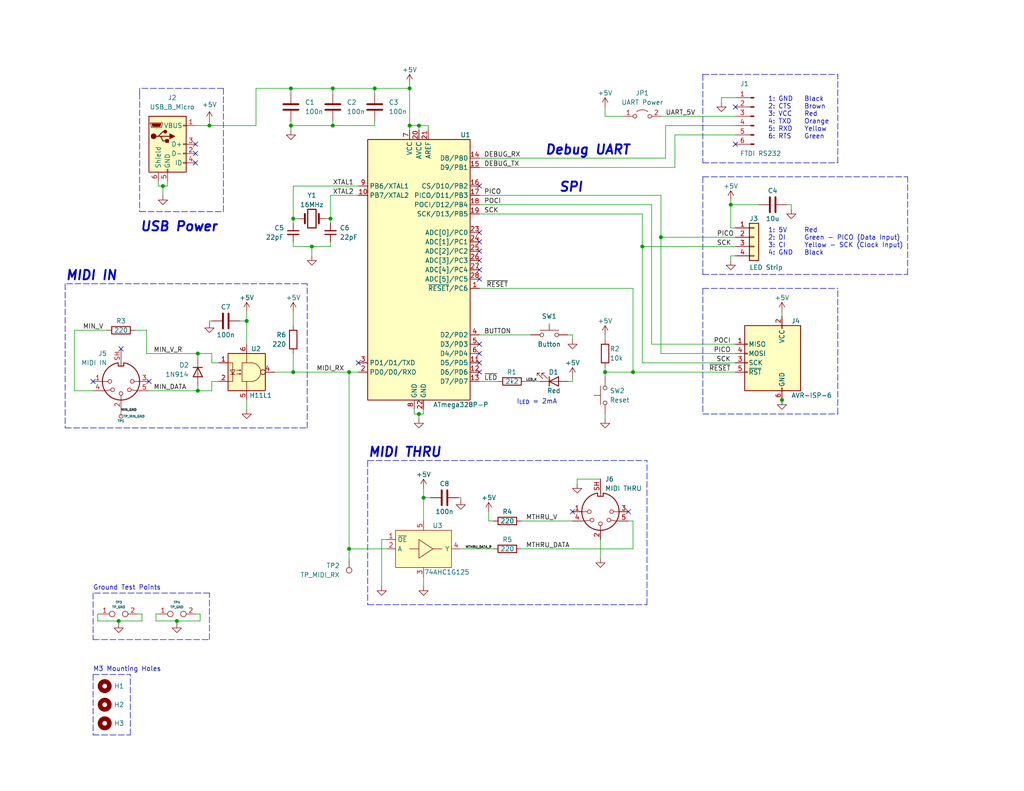
<source format=kicad_sch>
(kicad_sch (version 20211123) (generator eeschema)
  (paper "USLetter")
  (title_block (title "Piano Lights") (date "2022-08-11") (rev "1.0.1") (company "Dave Dribin"))
  (lib_symbols
    (symbol "00-piano-lights:74AHC1G125"
      (property "Reference" "U" (at 5.08 7.62 0))
      (property "Value" "74AHC1G125" (at 10.16 -7.62 0))
      (symbol "74AHC1G125_0_1"
        (rectangle (start -7.62 5.08) (end 7.62 -5.08) (fill (type background)))
        (polyline (pts (xy -1.27 0) (xy -3.81 0)))
        (polyline (pts (xy 2.54 0) (xy 5.08 0)))
        (polyline (pts (xy -1.27 2.54) (xy -1.27 -2.54) (xy 2.54 0) (xy -1.27 2.54)) (fill (type background)))
      )
      (symbol "74AHC1G125_1_1"
        (pin input line (at -10.16 2.54 0) (length 2.54) (name "~{OE}") (number "1"))
        (pin input line (at -10.16 0 0) (length 2.54) (name "A") (number "2"))
        (pin power_in line (at 0 -7.62 90) (length 2.54) (name "") (number "3"))
        (pin output line (at 10.16 0 180) (length 2.54) (name "Y") (number "4"))
        (pin power_in line (at 0 7.62 270) (length 2.54) (name "") (number "5"))
      )
    )
    (symbol "00-piano-lights:ATmega328P-P"
      (property "Reference" "U" (at -12.7 36.83 0))
      (property "Value" "ATmega328P-P" (at 3.81 -36.83 0))
      (symbol "ATmega328P-P_0_1"
        (rectangle (start -13.97 35.56) (end 13.97 -35.56) (stroke (width 0.254)) (fill (type background)))
      )
      (symbol "ATmega328P-P_1_1"
        (pin bidirectional line (at 16.51 -5.08 180) (length 2.54) (name "~{RESET}/PC6") (number "1"))
        (pin bidirectional line (at -16.51 20.32 0) (length 2.54) (name "PB7/XTAL2") (number "10"))
        (pin bidirectional line (at 16.51 -25.4 180) (length 2.54) (name "D5/PD5") (number "11"))
        (pin bidirectional line (at 16.51 -27.94 180) (length 2.54) (name "D6/PD6") (number "12"))
        (pin bidirectional line (at 16.51 -30.48 180) (length 2.54) (name "D7/PD7") (number "13"))
        (pin bidirectional line (at 16.51 30.48 180) (length 2.54) (name "D8/PB0") (number "14"))
        (pin bidirectional line (at 16.51 27.94 180) (length 2.54) (name "D9/PB1") (number "15"))
        (pin bidirectional line (at 16.51 22.86 180) (length 2.54) (name "CS/D10/PB2") (number "16"))
        (pin bidirectional line (at 16.51 20.32 180) (length 2.54) (name "PICO/D11/PB3") (number "17"))
        (pin bidirectional line (at 16.51 17.78 180) (length 2.54) (name "POCI/D12/PB4") (number "18"))
        (pin bidirectional line (at 16.51 15.24 180) (length 2.54) (name "SCK/D13/PB5") (number "19"))
        (pin bidirectional line (at -16.51 -27.94 0) (length 2.54) (name "PD0/D0/RXD") (number "2"))
        (pin power_in line (at 0 38.1 270) (length 2.54) (name "AVCC") (number "20"))
        (pin passive line (at 2.54 38.1 270) (length 2.54) (name "AREF") (number "21"))
        (pin power_in line (at 1.27 -38.1 90) (length 2.54) (name "GND") (number "22"))
        (pin bidirectional line (at 16.51 10.16 180) (length 2.54) (name "ADC[0]/PC0") (number "23"))
        (pin bidirectional line (at 16.51 7.62 180) (length 2.54) (name "ADC[1]/PC1") (number "24"))
        (pin bidirectional line (at 16.51 5.08 180) (length 2.54) (name "ADC[2]/PC2") (number "25"))
        (pin bidirectional line (at 16.51 2.54 180) (length 2.54) (name "ADC[3]/PC3") (number "26"))
        (pin bidirectional line (at 16.51 0 180) (length 2.54) (name "ADC[4]/PC4") (number "27"))
        (pin bidirectional line (at 16.51 -2.54 180) (length 2.54) (name "ADC[5]/PC5") (number "28"))
        (pin bidirectional line (at -16.51 -25.4 0) (length 2.54) (name "PD1/D1/TXD") (number "3"))
        (pin bidirectional line (at 16.51 -17.78 180) (length 2.54) (name "D2/PD2") (number "4"))
        (pin bidirectional line (at 16.51 -20.32 180) (length 2.54) (name "D3/PD3") (number "5"))
        (pin bidirectional line (at 16.51 -22.86 180) (length 2.54) (name "D4/PD4") (number "6"))
        (pin power_in line (at -2.54 38.1 270) (length 2.54) (name "VCC") (number "7"))
        (pin power_in line (at -1.27 -38.1 90) (length 2.54) (name "GND") (number "8"))
        (pin bidirectional line (at -16.51 22.86 0) (length 2.54) (name "PB6/XTAL1") (number "9"))
      )
    )
    (symbol "00-piano-lights:DIN-5_180degree_Shielded" (pin_names (offset 1.016))
      (property "Reference" "J" (at 3.175 5.715 0))
      (property "Value" "DIN-5_180degree_Shielded" (at 0 -15.24 0))
      (symbol "DIN-5_180degree_Shielded_0_1"
        (arc (start -5.08 0) (mid -3.8609 -3.3364) (end -0.762 -5.08) (stroke (width 0.254)))
        (circle (center -3.048 0) (radius 0.508))
        (circle (center -2.286 2.286) (radius 0.508))
        (polyline (pts (xy -5.08 0) (xy -3.556 0)))
        (polyline (pts (xy 0 -5.08) (xy 0 -4.1656)))
        (polyline (pts (xy 0 5.08) (xy 0 3.81)))
        (polyline (pts (xy 5.08 0) (xy 3.556 0)))
        (polyline (pts (xy -5.08 2.54) (xy -4.318 2.54) (xy -2.794 2.286)))
        (polyline (pts (xy 5.08 2.54) (xy 4.318 2.54) (xy 2.794 2.286)))
        (polyline (pts (xy -0.762 -4.953) (xy -0.762 -4.191) (xy 0.762 -4.191) (xy 0.762 -4.953)) (stroke (width 0.254)))
        (circle (center 0 3.302) (radius 0.508))
        (arc (start 0.762 -5.08) (mid 3.8685 -3.343) (end 5.08 0) (stroke (width 0.254)))
        (circle (center 2.286 2.286) (radius 0.508))
        (circle (center 3.048 0) (radius 0.508))
        (arc (start 5.08 0) (mid 0 5.08) (end -5.08 0) (stroke (width 0.254)))
      )
      (symbol "DIN-5_180degree_Shielded_1_1"
        (pin passive line (at -7.62 0 0) (length 2.54) (name "~") (number "1"))
        (pin passive line (at 0 7.62 270) (length 2.54) (name "~") (number "2"))
        (pin passive line (at 7.62 0 180) (length 2.54) (name "~") (number "3"))
        (pin passive line (at -7.62 2.54 0) (length 2.54) (name "~") (number "4"))
        (pin passive line (at 7.62 2.54 180) (length 2.54) (name "~") (number "5"))
        (pin passive line (at 0 -8.89 90) (length 3.81) (name "") (number "SH"))
      )
    )
    (symbol "Connector:AVR-ISP-6" (pin_names (offset 1.016))
      (property "Reference" "J" (at -6.35 11.43 0))
      (property "Value" "AVR-ISP-6" (at 0 11.43 0))
      (symbol "AVR-ISP-6_0_1"
        (rectangle (start -2.667 -6.858) (end -2.413 -7.62))
        (rectangle (start -2.667 10.16) (end -2.413 9.398))
        (rectangle (start 7.62 -2.413) (end 6.858 -2.667))
        (rectangle (start 7.62 0.127) (end 6.858 -0.127))
        (rectangle (start 7.62 2.667) (end 6.858 2.413))
        (rectangle (start 7.62 5.207) (end 6.858 4.953))
        (rectangle (start 7.62 10.16) (end -7.62 -7.62) (stroke (width 0.254)) (fill (type background)))
      )
      (symbol "AVR-ISP-6_1_1"
        (pin passive line (at 10.16 5.08 180) (length 2.54) (name "MISO") (number "1"))
        (pin passive line (at -2.54 12.7 270) (length 2.54) (name "VCC") (number "2"))
        (pin passive line (at 10.16 0 180) (length 2.54) (name "SCK") (number "3"))
        (pin passive line (at 10.16 2.54 180) (length 2.54) (name "MOSI") (number "4"))
        (pin passive line (at 10.16 -2.54 180) (length 2.54) (name "~{RST}") (number "5"))
        (pin passive line (at -2.54 -10.16 90) (length 2.54) (name "GND") (number "6"))
      )
    )
    (symbol "Connector:Conn_01x06_Male" (pin_names (offset 1.016) hide)
      (property "Reference" "J" (at 0 7.62 0))
      (property "Value" "Conn_01x06_Male" (at 0 -10.16 0))
      (symbol "Conn_01x06_Male_1_1"
        (polyline (pts (xy 1.27 -7.62) (xy 0.8636 -7.62)) (stroke (width 0.1524)))
        (polyline (pts (xy 1.27 -5.08) (xy 0.8636 -5.08)) (stroke (width 0.1524)))
        (polyline (pts (xy 1.27 -2.54) (xy 0.8636 -2.54)) (stroke (width 0.1524)))
        (polyline (pts (xy 1.27 0) (xy 0.8636 0)) (stroke (width 0.1524)))
        (polyline (pts (xy 1.27 2.54) (xy 0.8636 2.54)) (stroke (width 0.1524)))
        (polyline (pts (xy 1.27 5.08) (xy 0.8636 5.08)) (stroke (width 0.1524)))
        (rectangle (start 0.8636 -7.493) (end 0 -7.747) (stroke (width 0.1524)) (fill (type outline)))
        (rectangle (start 0.8636 -4.953) (end 0 -5.207) (stroke (width 0.1524)) (fill (type outline)))
        (rectangle (start 0.8636 -2.413) (end 0 -2.667) (stroke (width 0.1524)) (fill (type outline)))
        (rectangle (start 0.8636 0.127) (end 0 -0.127) (stroke (width 0.1524)) (fill (type outline)))
        (rectangle (start 0.8636 2.667) (end 0 2.413) (stroke (width 0.1524)) (fill (type outline)))
        (rectangle (start 0.8636 5.207) (end 0 4.953) (stroke (width 0.1524)) (fill (type outline)))
        (pin passive line (at 5.08 5.08 180) (length 3.81) (name "Pin_1") (number "1"))
        (pin passive line (at 5.08 2.54 180) (length 3.81) (name "Pin_2") (number "2"))
        (pin passive line (at 5.08 0 180) (length 3.81) (name "Pin_3") (number "3"))
        (pin passive line (at 5.08 -2.54 180) (length 3.81) (name "Pin_4") (number "4"))
        (pin passive line (at 5.08 -5.08 180) (length 3.81) (name "Pin_5") (number "5"))
        (pin passive line (at 5.08 -7.62 180) (length 3.81) (name "Pin_6") (number "6"))
      )
    )
    (symbol "Connector:TestPoint" (pin_numbers hide) (pin_names (offset 0.762) hide)
      (property "Reference" "TP" (at 0 6.858 0))
      (property "Value" "TestPoint" (at 0 5.08 0))
      (symbol "TestPoint_0_1"
        (circle (center 0 3.302) (radius 0.762))
      )
      (symbol "TestPoint_1_1"
        (pin passive line (at 0 0 90) (length 2.54) (name "1") (number "1"))
      )
    )
    (symbol "Connector:TestPoint_2Pole" (pin_names (offset 0.762) hide)
      (property "Reference" "TP" (at 0 1.524 0))
      (property "Value" "TestPoint_2Pole" (at 0 -1.778 0))
      (symbol "TestPoint_2Pole_0_1"
        (circle (center -1.778 0) (radius 0.762))
        (circle (center 1.778 0) (radius 0.762))
        (pin passive line (at -5.08 0 0) (length 2.54) (name "1") (number "1"))
        (pin passive line (at 5.08 0 180) (length 2.54) (name "2") (number "2"))
      )
    )
    (symbol "Connector:TestPoint_Small" (pin_numbers hide) (pin_names (offset 0.762) hide)
      (property "Reference" "TP" (at 0 3.81 0))
      (property "Value" "TestPoint_Small" (at 0 2.032 0))
      (symbol "TestPoint_Small_0_1"
        (circle (center 0 0) (radius 0.508))
      )
      (symbol "TestPoint_Small_1_1"
        (pin passive line (at 0 0 90) (length 0) (name "1") (number "1"))
      )
    )
    (symbol "Connector:USB_B_Micro" (pin_names (offset 1.016))
      (property "Reference" "J" (at -5.08 11.43 0))
      (property "Value" "USB_B_Micro" (at -5.08 8.89 0))
      (symbol "USB_B_Micro_0_1"
        (rectangle (start -5.08 -7.62) (end 5.08 7.62) (stroke (width 0.254)) (fill (type background)))
        (circle (center -3.81 2.159) (radius 0.635) (stroke (width 0.254)) (fill (type outline)))
        (circle (center -0.635 3.429) (radius 0.381) (stroke (width 0.254)) (fill (type outline)))
        (rectangle (start -0.127 -7.62) (end 0.127 -6.858))
        (polyline (pts (xy -1.905 2.159) (xy 0.635 2.159)) (stroke (width 0.254)))
        (polyline (pts (xy -3.175 2.159) (xy -2.54 2.159) (xy -1.27 3.429) (xy -0.635 3.429)) (stroke (width 0.254)))
        (polyline (pts (xy -2.54 2.159) (xy -1.905 2.159) (xy -1.27 0.889) (xy 0 0.889)) (stroke (width 0.254)))
        (polyline (pts (xy 0.635 2.794) (xy 0.635 1.524) (xy 1.905 2.159) (xy 0.635 2.794)) (stroke (width 0.254)) (fill (type outline)))
        (polyline (pts (xy -4.318 5.588) (xy -1.778 5.588) (xy -2.032 4.826) (xy -4.064 4.826) (xy -4.318 5.588)) (fill (type outline)))
        (polyline (pts (xy -4.699 5.842) (xy -4.699 5.588) (xy -4.445 4.826) (xy -4.445 4.572) (xy -1.651 4.572) (xy -1.651 4.826) (xy -1.397 5.588) (xy -1.397 5.842) (xy -4.699 5.842)))
        (rectangle (start 0.254 1.27) (end -0.508 0.508) (stroke (width 0.254)) (fill (type outline)))
        (rectangle (start 5.08 -5.207) (end 4.318 -4.953))
        (rectangle (start 5.08 -2.667) (end 4.318 -2.413))
        (rectangle (start 5.08 -0.127) (end 4.318 0.127))
        (rectangle (start 5.08 4.953) (end 4.318 5.207))
      )
      (symbol "USB_B_Micro_1_1"
        (pin power_out line (at 7.62 5.08 180) (length 2.54) (name "VBUS") (number "1"))
        (pin bidirectional line (at 7.62 -2.54 180) (length 2.54) (name "D-") (number "2"))
        (pin bidirectional line (at 7.62 0 180) (length 2.54) (name "D+") (number "3"))
        (pin passive line (at 7.62 -5.08 180) (length 2.54) (name "ID") (number "4"))
        (pin power_out line (at 0 -10.16 90) (length 2.54) (name "GND") (number "5"))
        (pin passive line (at -2.54 -10.16 90) (length 2.54) (name "Shield") (number "6"))
      )
    )
    (symbol "Connector_Generic:Conn_01x04" (pin_names (offset 1.016) hide)
      (property "Reference" "J" (at 0 5.08 0))
      (property "Value" "Conn_01x04" (at 0 -7.62 0))
      (symbol "Conn_01x04_1_1"
        (rectangle (start -1.27 -4.953) (end 0 -5.207) (stroke (width 0.1524)))
        (rectangle (start -1.27 -2.413) (end 0 -2.667) (stroke (width 0.1524)))
        (rectangle (start -1.27 0.127) (end 0 -0.127) (stroke (width 0.1524)))
        (rectangle (start -1.27 2.667) (end 0 2.413) (stroke (width 0.1524)))
        (rectangle (start -1.27 3.81) (end 1.27 -6.35) (stroke (width 0.254)) (fill (type background)))
        (pin passive line (at -5.08 2.54 0) (length 3.81) (name "Pin_1") (number "1"))
        (pin passive line (at -5.08 0 0) (length 3.81) (name "Pin_2") (number "2"))
        (pin passive line (at -5.08 -2.54 0) (length 3.81) (name "Pin_3") (number "3"))
        (pin passive line (at -5.08 -5.08 0) (length 3.81) (name "Pin_4") (number "4"))
      )
    )
    (symbol "Device:C" (pin_numbers hide) (pin_names (offset 0.254))
      (property "Reference" "C" (at 0.635 2.54 0))
      (property "Value" "C" (at 0.635 -2.54 0))
      (symbol "C_0_1"
        (polyline (pts (xy -2.032 -0.762) (xy 2.032 -0.762)) (stroke (width 0.508)))
        (polyline (pts (xy -2.032 0.762) (xy 2.032 0.762)) (stroke (width 0.508)))
      )
      (symbol "C_1_1"
        (pin passive line (at 0 3.81 270) (length 2.794) (name "~") (number "1"))
        (pin passive line (at 0 -3.81 90) (length 2.794) (name "~") (number "2"))
      )
    )
    (symbol "Device:C_Small" (pin_numbers hide) (pin_names (offset 0.254) hide)
      (property "Reference" "C" (at 0.254 1.778 0))
      (property "Value" "C_Small" (at 0.254 -2.032 0))
      (symbol "C_Small_0_1"
        (polyline (pts (xy -1.524 -0.508) (xy 1.524 -0.508)) (stroke (width 0.3302)))
        (polyline (pts (xy -1.524 0.508) (xy 1.524 0.508)) (stroke (width 0.3048)))
      )
      (symbol "C_Small_1_1"
        (pin passive line (at 0 2.54 270) (length 2.032) (name "~") (number "1"))
        (pin passive line (at 0 -2.54 90) (length 2.032) (name "~") (number "2"))
      )
    )
    (symbol "Device:Crystal" (pin_numbers hide) (pin_names (offset 1.016) hide)
      (property "Reference" "Y" (at 0 3.81 0))
      (property "Value" "Crystal" (at 0 -3.81 0))
      (symbol "Crystal_0_1"
        (rectangle (start -1.143 2.54) (end 1.143 -2.54) (stroke (width 0.3048)))
        (polyline (pts (xy -2.54 0) (xy -1.905 0)))
        (polyline (pts (xy -1.905 -1.27) (xy -1.905 1.27)) (stroke (width 0.508)))
        (polyline (pts (xy 1.905 -1.27) (xy 1.905 1.27)) (stroke (width 0.508)))
        (polyline (pts (xy 2.54 0) (xy 1.905 0)))
      )
      (symbol "Crystal_1_1"
        (pin passive line (at -3.81 0 0) (length 1.27) (name "1") (number "1"))
        (pin passive line (at 3.81 0 180) (length 1.27) (name "2") (number "2"))
      )
    )
    (symbol "Device:LED" (pin_numbers hide) (pin_names (offset 1.016) hide)
      (property "Reference" "D" (at 0 2.54 0))
      (property "Value" "LED" (at 0 -2.54 0))
      (symbol "LED_0_1"
        (polyline (pts (xy -1.27 -1.27) (xy -1.27 1.27)) (stroke (width 0.254)))
        (polyline (pts (xy -1.27 0) (xy 1.27 0)))
        (polyline (pts (xy 1.27 -1.27) (xy 1.27 1.27) (xy -1.27 0) (xy 1.27 -1.27)) (stroke (width 0.254)))
        (polyline (pts (xy -3.048 -0.762) (xy -4.572 -2.286) (xy -3.81 -2.286) (xy -4.572 -2.286) (xy -4.572 -1.524)))
        (polyline (pts (xy -1.778 -0.762) (xy -3.302 -2.286) (xy -2.54 -2.286) (xy -3.302 -2.286) (xy -3.302 -1.524)))
      )
      (symbol "LED_1_1"
        (pin passive line (at -3.81 0 0) (length 2.54) (name "K") (number "1"))
        (pin passive line (at 3.81 0 180) (length 2.54) (name "A") (number "2"))
      )
    )
    (symbol "Device:R" (pin_numbers hide) (pin_names (offset 0))
      (property "Reference" "R" (at 2.032 0 90))
      (property "Value" "R" (at 0 0 90))
      (symbol "R_0_1"
        (rectangle (start -1.016 -2.54) (end 1.016 2.54) (stroke (width 0.254)))
      )
      (symbol "R_1_1"
        (pin passive line (at 0 3.81 270) (length 1.27) (name "~") (number "1"))
        (pin passive line (at 0 -3.81 90) (length 1.27) (name "~") (number "2"))
      )
    )
    (symbol "Diode:1N914" (pin_numbers hide) (pin_names (offset 1.016) hide)
      (property "Reference" "D" (at 0 2.54 0))
      (property "Value" "1N914" (at 0 -2.54 0))
      (symbol "1N914_0_1"
        (polyline (pts (xy -1.27 1.27) (xy -1.27 -1.27)) (stroke (width 0.254)))
        (polyline (pts (xy 1.27 0) (xy -1.27 0)))
        (polyline (pts (xy 1.27 1.27) (xy 1.27 -1.27) (xy -1.27 0) (xy 1.27 1.27)) (stroke (width 0.254)))
      )
      (symbol "1N914_1_1"
        (pin passive line (at -3.81 0 0) (length 2.54) (name "K") (number "1"))
        (pin passive line (at 3.81 0 180) (length 2.54) (name "A") (number "2"))
      )
    )
    (symbol "Isolator:H11L1" (pin_names (offset 1.016))
      (property "Reference" "U" (at 1.27 8.89 0))
      (property "Value" "H11L1" (at 1.27 6.35 0))
      (symbol "H11L1_0_1"
        (rectangle (start -5.08 5.08) (end 5.08 -5.08) (stroke (width 0.254)) (fill (type background)))
        (polyline (pts (xy -4.445 -0.635) (xy -3.175 -0.635)))
        (polyline (pts (xy 0 2.54) (xy 0 5.08)))
        (polyline (pts (xy 0 -2.54) (xy 0 -5.08) (xy 0 -3.81)))
        (polyline (pts (xy -5.08 -2.54) (xy -3.81 -2.54) (xy -3.81 2.54) (xy -5.08 2.54)))
        (polyline (pts (xy -3.81 -0.635) (xy -4.445 0.635) (xy -3.175 0.635) (xy -3.81 -0.635)))
        (polyline (pts (xy 1.27 -2.54) (xy -1.27 -2.54) (xy -1.27 2.54) (xy 1.27 2.54)))
        (polyline (pts (xy -2.794 -0.508) (xy -1.524 -0.508) (xy -1.905 -0.635) (xy -1.905 -0.381) (xy -1.524 -0.508)))
        (polyline (pts (xy -2.794 0.508) (xy -1.524 0.508) (xy -1.905 0.381) (xy -1.905 0.635) (xy -1.524 0.508)))
        (arc (start 1.27 -2.54) (mid 3.81 0) (end 1.27 2.54))
      )
      (symbol "H11L1_1_1"
        (pin passive line (at -7.62 2.54 0) (length 2.54) (name "~") (number "1"))
        (pin passive line (at -7.62 -2.54 0) (length 2.54) (name "~") (number "2"))
        (pin no_connect line (at -5.08 0 0) (length 2.54) hide (name "~") (number "3"))
        (pin output inverted (at 7.62 0 180) (length 3.81) (name "~") (number "4"))
        (pin power_in line (at 0 -7.62 90) (length 2.54) (name "~") (number "5"))
        (pin power_in line (at 0 7.62 270) (length 2.54) (name "~") (number "6"))
      )
    )
    (symbol "Jumper:Jumper_2_Open" (pin_names (offset 0) hide)
      (property "Reference" "JP" (at 0 2.794 0))
      (property "Value" "Jumper_2_Open" (at 0 -2.286 0))
      (symbol "Jumper_2_Open_0_0"
        (circle (center -2.032 0) (radius 0.508))
        (circle (center 2.032 0) (radius 0.508))
      )
      (symbol "Jumper_2_Open_0_1"
        (arc (start 1.524 1.27) (mid 0 1.778) (end -1.524 1.27))
      )
      (symbol "Jumper_2_Open_1_1"
        (pin passive line (at -5.08 0 0) (length 2.54) (name "A") (number "1"))
        (pin passive line (at 5.08 0 180) (length 2.54) (name "B") (number "2"))
      )
    )
    (symbol "Mechanical:MountingHole" (pin_names (offset 1.016))
      (property "Reference" "H" (at 0 5.08 0))
      (property "Value" "MountingHole" (at 0 3.175 0))
      (symbol "MountingHole_0_1"
        (circle (center 0 0) (radius 1.27) (stroke (width 1.27)))
      )
    )
    (symbol "Switch:SW_Push" (pin_numbers hide) (pin_names (offset 1.016) hide)
      (property "Reference" "SW" (at 1.27 2.54 0))
      (property "Value" "SW_Push" (at 0 -1.524 0))
      (symbol "SW_Push_0_1"
        (circle (center -2.032 0) (radius 0.508))
        (polyline (pts (xy 0 1.27) (xy 0 3.048)))
        (polyline (pts (xy 2.54 1.27) (xy -2.54 1.27)))
        (circle (center 2.032 0) (radius 0.508))
        (pin passive line (at -5.08 0 0) (length 2.54) (name "1") (number "1"))
        (pin passive line (at 5.08 0 180) (length 2.54) (name "2") (number "2"))
      )
    )
    (symbol "power:+5V" (power) (pin_names (offset 0))
      (property "Value" "+5V" (at 0 3.556 0))
      (symbol "+5V_0_1"
        (polyline (pts (xy -0.762 1.27) (xy 0 2.54)))
        (polyline (pts (xy 0 0) (xy 0 2.54)))
        (polyline (pts (xy 0 2.54) (xy 0.762 1.27)))
      )
      (symbol "+5V_1_1"
        (pin power_in line (at 0 0 90) (length 0) hide (name "+5V") (number "1"))
      )
    )
    (symbol "power:GND" (power) (pin_names (offset 0))
      (property "Value" "GND" (at 0 -3.81 0))
      (symbol "GND_0_1"
        (polyline (pts (xy 0 0) (xy 0 -1.27) (xy 1.27 -1.27) (xy 0 -2.54) (xy -1.27 -1.27) (xy 0 -1.27)))
      )
      (symbol "GND_1_1"
        (pin power_in line (at 0 0 270) (length 0) hide (name "GND") (number "1"))
      )
    )
  )
  (junction (at 111.76 34.29))
  (junction (at 102.235 24.13))
  (junction (at 165.1 101.6))
  (junction (at 213.36 109.22))
  (junction (at 180.34 64.77))
  (junction (at 32.385 169.545))
  (junction (at 114.3 113.03))
  (junction (at 79.375 34.29))
  (junction (at 90.805 34.29))
  (junction (at 90.17 59.69))
  (junction (at 175.26 67.31))
  (junction (at 114.3 34.29))
  (junction (at 199.39 55.88))
  (junction (at 90.805 24.13))
  (junction (at 57.15 34.29))
  (junction (at 67.31 87.63))
  (junction (at 79.375 24.13))
  (junction (at 111.76 24.13))
  (junction (at 80.01 59.69))
  (junction (at 172.72 101.6))
  (junction (at 44.45 50.8))
  (junction (at 48.26 169.545))
  (junction (at 95.25 149.86))
  (junction (at 95.25 101.6))
  (junction (at 53.975 96.52))
  (junction (at 85.09 67.31))
  (junction (at 80.01 101.6))
  (junction (at 53.975 106.68))
  (junction (at 115.57 135.89))
  (no_connect (at 171.45 139.7))
  (no_connect (at 156.21 139.7))
  (no_connect (at 25.4 104.14))
  (no_connect (at 40.64 104.14))
  (no_connect (at 53.34 44.45))
  (no_connect (at 53.34 39.37))
  (no_connect (at 53.34 41.91))
  (no_connect (at 97.79 99.06))
  (no_connect (at 130.81 63.5))
  (no_connect (at 130.81 101.6))
  (no_connect (at 130.81 66.04))
  (no_connect (at 130.81 68.58))
  (no_connect (at 130.81 71.12))
  (no_connect (at 130.81 73.66))
  (no_connect (at 130.81 76.2))
  (no_connect (at 130.81 93.98))
  (no_connect (at 130.81 96.52))
  (no_connect (at 130.81 99.06))
  (no_connect (at 130.81 50.8))
  (no_connect (at 200.66 29.21))
  (no_connect (at 200.66 39.37))
  (no_connect (at 33.02 95.25))
  (wire (pts (xy 79.375 24.13) (xy 90.805 24.13)))
  (wire (pts (xy 133.35 139.7) (xy 133.35 142.24)))
  (polyline (pts (xy 191.77 74.93) (xy 247.65 74.93)))
  (wire (pts (xy 165.1 91.44) (xy 165.1 92.71)))
  (wire (pts (xy 163.83 147.32) (xy 163.83 152.4)))
  (polyline (pts (xy 38.1 57.785) (xy 60.96 57.785)))
  (polyline (pts (xy 191.77 20.32) (xy 191.77 44.45)))
  (wire (pts (xy 125.73 149.86) (xy 134.62 149.86)))
  (wire (pts (xy 213.36 85.09) (xy 213.36 86.36)))
  (wire (pts (xy 165.1 113.03) (xy 165.1 114.3)))
  (polyline (pts (xy 17.78 116.84) (xy 83.82 116.84)))
  (polyline (pts (xy 25.4 161.925) (xy 25.4 174.625)))
  (wire (pts (xy 38.735 167.64) (xy 37.465 167.64)))
  (wire (pts (xy 53.975 106.68) (xy 57.785 106.68)))
  (wire (pts (xy 57.15 34.29) (xy 69.85 34.29)))
  (wire (pts (xy 40.005 90.17) (xy 40.005 96.52)))
  (wire (pts (xy 115.57 135.89) (xy 115.57 142.24)))
  (wire (pts (xy 20.32 90.17) (xy 29.21 90.17)))
  (wire (pts (xy 116.84 34.29) (xy 116.84 35.56)))
  (wire (pts (xy 48.26 169.545) (xy 48.26 170.18)))
  (wire (pts (xy 165.1 31.75) (xy 170.18 31.75)))
  (wire (pts (xy 67.31 87.63) (xy 67.31 93.98)))
  (wire (pts (xy 32.385 169.545) (xy 32.385 170.18)))
  (wire (pts (xy 175.26 67.31) (xy 200.66 67.31)))
  (wire (pts (xy 111.76 34.29) (xy 114.3 34.29)))
  (wire (pts (xy 200.66 26.67) (xy 196.85 26.67)))
  (wire (pts (xy 43.18 50.8) (xy 44.45 50.8)))
  (wire (pts (xy 54.61 169.545) (xy 54.61 167.64)))
  (wire (pts (xy 53.975 97.79) (xy 53.975 96.52)))
  (polyline (pts (xy 83.82 116.84) (xy 83.82 77.47)))
  (wire (pts (xy 90.17 59.69) (xy 90.17 60.96)))
  (polyline (pts (xy 191.77 113.03) (xy 228.6 113.03)))
  (wire (pts (xy 105.41 147.32) (xy 104.14 147.32)))
  (wire (pts (xy 27.305 167.64) (xy 26.67 167.64)))
  (wire (pts (xy 165.1 29.21) (xy 165.1 31.75)))
  (wire (pts (xy 113.03 111.76) (xy 113.03 113.03)))
  (wire (pts (xy 80.01 66.04) (xy 80.01 67.31)))
  (wire (pts (xy 80.01 96.52) (xy 80.01 101.6)))
  (wire (pts (xy 90.805 33.02) (xy 90.805 34.29)))
  (wire (pts (xy 26.67 167.64) (xy 26.67 169.545)))
  (polyline (pts (xy 25.4 184.15) (xy 25.4 200.66)))
  (wire (pts (xy 172.72 142.24) (xy 171.45 142.24)))
  (wire (pts (xy 45.72 49.53) (xy 45.72 50.8)))
  (wire (pts (xy 165.1 100.33) (xy 165.1 101.6)))
  (wire (pts (xy 40.005 96.52) (xy 53.975 96.52)))
  (polyline (pts (xy 60.96 24.13) (xy 38.1 24.13)))
  (wire (pts (xy 104.14 147.32) (xy 104.14 160.02)))
  (wire (pts (xy 175.26 58.42) (xy 175.26 67.31)))
  (polyline (pts (xy 191.77 78.74) (xy 191.77 113.03)))
  (polyline (pts (xy 228.6 44.45) (xy 228.6 20.32)))
  (wire (pts (xy 57.785 104.14) (xy 57.785 106.68)))
  (wire (pts (xy 54.61 167.64) (xy 53.34 167.64)))
  (wire (pts (xy 130.81 58.42) (xy 175.26 58.42)))
  (wire (pts (xy 69.85 34.29) (xy 69.85 24.13)))
  (wire (pts (xy 184.15 45.72) (xy 184.15 36.83)))
  (wire (pts (xy 172.72 78.74) (xy 172.72 101.6)))
  (wire (pts (xy 57.785 99.06) (xy 59.69 99.06)))
  (polyline (pts (xy 60.96 57.785) (xy 60.96 24.13)))
  (wire (pts (xy 65.405 87.63) (xy 67.31 87.63)))
  (polyline (pts (xy 228.6 113.03) (xy 228.6 78.74)))
  (wire (pts (xy 79.375 35.56) (xy 79.375 34.29)))
  (wire (pts (xy 32.385 169.545) (xy 38.735 169.545)))
  (wire (pts (xy 114.3 34.29) (xy 116.84 34.29)))
  (wire (pts (xy 20.32 90.17) (xy 20.32 106.68)))
  (wire (pts (xy 157.48 130.81) (xy 163.83 130.81)))
  (polyline (pts (xy 191.77 78.74) (xy 228.6 78.74)))
  (polyline (pts (xy 191.77 44.45) (xy 228.6 44.45)))
  (wire (pts (xy 142.24 149.86) (xy 172.72 149.86)))
  (wire (pts (xy 38.735 169.545) (xy 38.735 167.64)))
  (wire (pts (xy 215.9 57.15) (xy 215.9 55.88)))
  (wire (pts (xy 85.09 67.31) (xy 90.17 67.31)))
  (wire (pts (xy 53.34 34.29) (xy 57.15 34.29)))
  (wire (pts (xy 180.34 31.75) (xy 200.66 31.75)))
  (wire (pts (xy 79.375 33.02) (xy 79.375 34.29)))
  (wire (pts (xy 44.45 50.8) (xy 45.72 50.8)))
  (wire (pts (xy 130.81 78.74) (xy 172.72 78.74)))
  (wire (pts (xy 105.41 149.86) (xy 95.25 149.86)))
  (wire (pts (xy 157.48 130.81) (xy 157.48 132.08)))
  (wire (pts (xy 90.805 24.13) (xy 90.805 25.4)))
  (wire (pts (xy 102.235 24.13) (xy 102.235 25.4)))
  (wire (pts (xy 44.45 50.8) (xy 44.45 53.34)))
  (wire (pts (xy 175.26 67.31) (xy 175.26 99.06)))
  (wire (pts (xy 196.85 26.67) (xy 196.85 27.94)))
  (wire (pts (xy 199.39 55.88) (xy 199.39 62.23)))
  (wire (pts (xy 180.34 64.77) (xy 200.66 64.77)))
  (wire (pts (xy 57.785 96.52) (xy 57.785 99.06)))
  (wire (pts (xy 114.3 113.03) (xy 114.3 114.3)))
  (wire (pts (xy 165.1 101.6) (xy 172.72 101.6)))
  (wire (pts (xy 154.94 91.44) (xy 156.21 91.44)))
  (wire (pts (xy 130.81 104.14) (xy 135.89 104.14)))
  (wire (pts (xy 181.61 43.18) (xy 181.61 34.29)))
  (wire (pts (xy 184.15 36.83) (xy 200.66 36.83)))
  (wire (pts (xy 115.57 113.03) (xy 115.57 111.76)))
  (wire (pts (xy 67.31 85.09) (xy 67.31 87.63)))
  (wire (pts (xy 115.57 135.89) (xy 117.475 135.89)))
  (wire (pts (xy 102.235 24.13) (xy 111.76 24.13)))
  (polyline (pts (xy 100.33 165.1) (xy 176.53 165.1)))
  (polyline (pts (xy 25.4 200.66) (xy 35.56 200.66)))
  (wire (pts (xy 90.17 67.31) (xy 90.17 66.04)))
  (wire (pts (xy 36.83 90.17) (xy 40.005 90.17)))
  (wire (pts (xy 130.81 45.72) (xy 184.15 45.72)))
  (wire (pts (xy 57.785 104.14) (xy 59.69 104.14)))
  (wire (pts (xy 102.235 33.02) (xy 102.235 34.29)))
  (wire (pts (xy 200.66 62.23) (xy 199.39 62.23)))
  (polyline (pts (xy 191.77 48.26) (xy 191.77 74.93)))
  (wire (pts (xy 125.73 136.525) (xy 125.73 135.89)))
  (wire (pts (xy 199.39 69.85) (xy 199.39 71.12)))
  (wire (pts (xy 88.9 59.69) (xy 90.17 59.69)))
  (wire (pts (xy 180.34 96.52) (xy 200.66 96.52)))
  (wire (pts (xy 80.01 85.09) (xy 80.01 88.9)))
  (polyline (pts (xy 83.82 77.47) (xy 17.78 77.47)))
  (wire (pts (xy 53.975 96.52) (xy 57.785 96.52)))
  (wire (pts (xy 172.72 101.6) (xy 200.66 101.6)))
  (polyline (pts (xy 100.33 125.73) (xy 100.33 165.1)))
  (wire (pts (xy 177.8 93.98) (xy 200.66 93.98)))
  (polyline (pts (xy 38.1 24.13) (xy 38.1 25.4)))
  (polyline (pts (xy 176.53 165.1) (xy 176.53 125.73)))
  (wire (pts (xy 125.73 135.89) (xy 125.095 135.89)))
  (wire (pts (xy 154.94 104.14) (xy 156.21 104.14)))
  (wire (pts (xy 57.15 33.02) (xy 57.15 34.29)))
  (wire (pts (xy 142.24 142.24) (xy 156.21 142.24)))
  (wire (pts (xy 53.975 105.41) (xy 53.975 106.68)))
  (wire (pts (xy 111.76 35.56) (xy 111.76 34.29)))
  (polyline (pts (xy 100.33 125.73) (xy 176.53 125.73)))
  (wire (pts (xy 67.31 109.22) (xy 67.31 111.76)))
  (wire (pts (xy 43.18 167.64) (xy 42.545 167.64)))
  (wire (pts (xy 114.3 113.03) (xy 115.57 113.03)))
  (wire (pts (xy 113.03 113.03) (xy 114.3 113.03)))
  (wire (pts (xy 213.36 110.49) (xy 213.36 109.22)))
  (wire (pts (xy 130.81 55.88) (xy 177.8 55.88)))
  (wire (pts (xy 156.21 91.44) (xy 156.21 92.71)))
  (polyline (pts (xy 191.77 20.32) (xy 228.6 20.32)))
  (wire (pts (xy 20.32 106.68) (xy 25.4 106.68)))
  (wire (pts (xy 133.35 142.24) (xy 134.62 142.24)))
  (wire (pts (xy 33.02 111.76) (xy 33.02 113.665)))
  (wire (pts (xy 199.39 54.61) (xy 199.39 55.88)))
  (wire (pts (xy 181.61 34.29) (xy 200.66 34.29)))
  (wire (pts (xy 69.85 24.13) (xy 79.375 24.13)))
  (wire (pts (xy 95.25 101.6) (xy 95.25 149.86)))
  (wire (pts (xy 26.67 169.545) (xy 32.385 169.545)))
  (wire (pts (xy 42.545 169.545) (xy 48.26 169.545)))
  (wire (pts (xy 130.81 53.34) (xy 180.34 53.34)))
  (wire (pts (xy 80.01 59.69) (xy 81.28 59.69)))
  (polyline (pts (xy 38.1 25.4) (xy 38.1 57.785)))
  (polyline (pts (xy 17.78 77.47) (xy 17.78 116.84)))
  (wire (pts (xy 80.01 50.8) (xy 80.01 59.69)))
  (wire (pts (xy 80.01 50.8) (xy 97.79 50.8)))
  (wire (pts (xy 57.15 87.63) (xy 57.785 87.63)))
  (wire (pts (xy 90.805 24.13) (xy 102.235 24.13)))
  (wire (pts (xy 215.9 55.88) (xy 214.63 55.88)))
  (wire (pts (xy 40.64 106.68) (xy 53.975 106.68)))
  (wire (pts (xy 80.01 59.69) (xy 80.01 60.96)))
  (polyline (pts (xy 191.77 48.26) (xy 247.65 48.26)))
  (wire (pts (xy 74.93 101.6) (xy 80.01 101.6)))
  (wire (pts (xy 111.76 22.86) (xy 111.76 24.13)))
  (wire (pts (xy 115.57 157.48) (xy 115.57 160.02)))
  (wire (pts (xy 95.25 101.6) (xy 97.79 101.6)))
  (wire (pts (xy 48.26 169.545) (xy 54.61 169.545)))
  (wire (pts (xy 42.545 167.64) (xy 42.545 169.545)))
  (wire (pts (xy 175.26 99.06) (xy 200.66 99.06)))
  (wire (pts (xy 57.15 88.265) (xy 57.15 87.63)))
  (wire (pts (xy 79.375 24.13) (xy 79.375 25.4)))
  (wire (pts (xy 80.01 67.31) (xy 85.09 67.31)))
  (wire (pts (xy 180.34 64.77) (xy 180.34 96.52)))
  (wire (pts (xy 95.25 149.86) (xy 95.25 152.4)))
  (polyline (pts (xy 35.56 200.66) (xy 35.56 184.15)))
  (polyline (pts (xy 25.4 174.625) (xy 57.15 174.625)))
  (wire (pts (xy 200.66 69.85) (xy 199.39 69.85)))
  (polyline (pts (xy 247.65 74.93) (xy 247.65 48.26)))
  (polyline (pts (xy 57.15 174.625) (xy 57.15 161.925)))
  (wire (pts (xy 156.21 104.14) (xy 156.21 102.87)))
  (wire (pts (xy 177.8 55.88) (xy 177.8 93.98)))
  (wire (pts (xy 172.72 149.86) (xy 172.72 142.24)))
  (wire (pts (xy 199.39 55.88) (xy 207.01 55.88)))
  (polyline (pts (xy 25.4 184.15) (xy 35.56 184.15)))
  (wire (pts (xy 43.18 49.53) (xy 43.18 50.8)))
  (wire (pts (xy 90.17 53.34) (xy 97.79 53.34)))
  (wire (pts (xy 114.3 34.29) (xy 114.3 35.56)))
  (wire (pts (xy 130.81 43.18) (xy 181.61 43.18)))
  (wire (pts (xy 80.01 101.6) (xy 95.25 101.6)))
  (wire (pts (xy 143.51 104.14) (xy 147.32 104.14)))
  (wire (pts (xy 130.81 91.44) (xy 144.78 91.44)))
  (wire (pts (xy 90.17 53.34) (xy 90.17 59.69)))
  (wire (pts (xy 180.34 53.34) (xy 180.34 64.77)))
  (wire (pts (xy 85.09 67.31) (xy 85.09 69.85)))
  (wire (pts (xy 111.76 24.13) (xy 111.76 34.29)))
  (wire (pts (xy 165.1 101.6) (xy 165.1 102.87)))
  (wire (pts (xy 115.57 133.35) (xy 115.57 135.89)))
  (wire (pts (xy 79.375 34.29) (xy 90.805 34.29)))
  (polyline (pts (xy 57.15 161.925) (xy 25.4 161.925)))
  (wire (pts (xy 90.805 34.29) (xy 102.235 34.29)))
  (text "1: GND	Black\n2: CTS	Brown\n3: VCC	Red\n4: TXD	Orange\n5: RXD	Yellow\n6: RTS	Green" (at 209.55 38.1 0) (effects (font (size 1.27 1.27)) (justify left bottom)))
  (text "MIDI THRU" (at 100.33 125.095 0) (effects (font (size 2.54 2.54) (thickness 0.508) bold italic) (justify left bottom)))
  (text "Debug UART" (at 148.59 42.545 0) (effects (font (size 2.54 2.54) (thickness 0.508) bold italic) (justify left bottom)))
  (text "1: 5V	Red\n2: DI	Green - PICO (Data Input)\n3: CI	Yellow - SCK (Clock Input) \n4: GND	Black\n" (at 209.55 69.85 0) (effects (font (size 1.27 1.27)) (justify left bottom)))
  (text "I_{LED} = 2mA" (at 140.97 110.49 0) (effects (font (size 1.27 1.27)) (justify left bottom)))
  (text "USB Power" (at 38.1 63.5 0) (effects (font (size 2.54 2.54) (thickness 0.508) bold italic) (justify left bottom)))
  (text "MIDI IN" (at 17.78 76.835 0) (effects (font (size 2.54 2.54) (thickness 0.508) bold italic) (justify left bottom)))
  (text "Ground Test Points" (at 25.4 161.29 0) (effects (font (size 1.27 1.27)) (justify left bottom)))
  (text "SPI" (at 152.4 52.705 0) (effects (font (size 2.54 2.54) (thickness 0.508) bold italic) (justify left bottom)))
  (text "M3 Mounting Holes" (at 25.4 183.515 0) (effects (font (size 1.27 1.27)) (justify left bottom)))
  (label "PICO" (at 199.39 96.52 180))
  (label "LED_K" (at 143.51 104.14 0) (effects (font (size 0.635 0.635))))
  (label "DEBUG_TX" (at 132.08 45.72 0))
  (label "PICO" (at 195.58 64.77 0))
  (label "POCI" (at 132.08 55.88 0))
  (label "BUTTON" (at 132.08 91.44 0))
  (label "PICO" (at 132.08 53.34 0))
  (label "XTAL1" (at 96.52 50.8 180))
  (label "MIN_V_R" (at 41.91 96.52 0))
  (label "SCK" (at 132.08 58.42 0))
  (label "MTHRU_DATA_R" (at 127 149.86 0) (effects (font (size 0.635 0.635))))
  (label "MIN_DATA" (at 41.91 106.68 0))
  (label "XTAL2" (at 96.52 53.34 180))
  (label "POCI" (at 199.39 93.98 180))
  (label "SCK" (at 199.39 99.06 180))
  (label "~{RESET}" (at 199.39 101.6 180))
  (label "MTHRU_DATA" (at 143.51 149.86 0))
  (label "MIDI_RX" (at 86.36 101.6 0))
  (label "SCK" (at 195.58 67.31 0))
  (label "~{RESET}" (at 132.715 78.74 0))
  (label "MIN_V" (at 22.606 90.17 0))
  (label "MIN_GND" (at 33.02 112.395 0) (effects (font (size 0.635 0.635))))
  (label "MTHRU_V" (at 143.51 142.24 0))
  (label "~{LED}" (at 132.08 104.14 0))
  (label "UART_5V" (at 181.61 31.75 0))
  (label "DEBUG_RX" (at 132.08 43.18 0))
  (symbol (lib_id "power:GND") (at 48.26 170.18 0) (mirror y) (unit 1)
    (property "Reference" "#PWR0106" (effects hide))
    (property "Value" "GND" (effects hide))
  )
  (symbol (lib_id "Diode:1N914") (at 53.975 101.6 270) (unit 1)
    (property "Reference" "D2" (at 48.895 99.695 90) (effects (justify left)))
    (property "Value" "1N914" (at 45.085 102.235 90) (effects (justify left)))
    (property "Footprint" "Diode_SMD:D_MiniMELF" (effects hide))
    (property "Datasheet" "http://www.vishay.com/docs/85622/1n914.pdf" (effects hide))
  )
  (symbol (lib_id "power:+5V") (at 67.31 85.09 0) (unit 1)
    (property "Reference" "#PWR016" (effects hide))
    (property "Value" "+5V" (at 67.31 81.28 0))
  )
  (symbol (lib_id "power:GND") (at 213.36 109.22 0) (mirror y) (unit 1)
    (property "Reference" "#PWR013" (effects hide))
    (property "Value" "GND" (effects hide))
  )
  (symbol (lib_id "Device:C") (at 79.375 29.21 0) (unit 1)
    (property "Reference" "C1" (at 83.185 27.9399 0) (effects (justify left)))
    (property "Value" "100n" (at 83.185 30.4799 0) (effects (justify left)))
    (property "Footprint" "Capacitor_SMD:C_0805_2012Metric_Pad1.18x1.45mm_HandSolder" (effects hide))
  )
  (symbol (lib_id "power:GND") (at 114.3 114.3 0) (unit 1)
    (property "Reference" "#PWR014" (effects hide))
    (property "Value" "GND" (effects hide))
  )
  (symbol (lib_id "power:GND") (at 196.85 27.94 0) (mirror y) (unit 1)
    (property "Reference" "#PWR02" (effects hide))
    (property "Value" "GND" (effects hide))
  )
  (symbol (lib_id "Device:C") (at 90.805 29.21 0) (unit 1)
    (property "Reference" "C2" (at 94.615 27.9399 0) (effects (justify left)))
    (property "Value" "100n" (at 94.615 30.4799 0) (effects (justify left)))
    (property "Footprint" "Capacitor_SMD:C_0805_2012Metric_Pad1.18x1.45mm_HandSolder" (effects hide))
  )
  (symbol (lib_id "Device:C") (at 121.285 135.89 90) (unit 1)
    (property "Reference" "C8" (at 121.285 132.08 90))
    (property "Value" "100n" (at 121.285 139.7 90))
    (property "Footprint" "Capacitor_SMD:C_0805_2012Metric_Pad1.18x1.45mm_HandSolder" (effects hide))
  )
  (symbol (lib_id "power:GND") (at 79.375 35.56 0) (unit 1)
    (property "Reference" "#PWR03" (effects hide))
    (property "Value" "GND" (effects hide))
  )
  (symbol (lib_id "power:GND") (at 67.31 111.76 0) (unit 1)
    (property "Reference" "#PWR022" (effects hide))
    (property "Value" "GND" (effects hide))
  )
  (symbol (lib_id "Connector_Generic:Conn_01x04") (at 205.74 64.77 0) (unit 1)
    (property "Reference" "J3" (at 204.47 59.69 0) (effects (justify left)))
    (property "Value" "LED Strip" (at 204.47 73.025 0) (effects (justify left)))
    (property "Footprint" "Connector_Wire:SolderWire-0.25sqmm_1x04_P4.5mm_D0.65mm_OD2mm_Relief" (effects hide))
  )
  (symbol (lib_id "power:GND") (at 156.21 92.71 0) (unit 1)
    (property "Reference" "#PWR0104" (effects hide))
    (property "Value" "GND" (effects hide))
  )
  (symbol (lib_id "power:GND") (at 163.83 152.4 0) (unit 1)
    (property "Reference" "#PWR024" (effects hide))
    (property "Value" "GND" (effects hide))
  )
  (symbol (lib_id "power:GND") (at 157.48 132.08 0) (unit 1)
    (property "Reference" "#PWR021" (effects hide))
    (property "Value" "GND" (effects hide))
  )
  (symbol (lib_id "Connector:Conn_01x06_Male") (at 205.74 31.75 0) (mirror y) (unit 1)
    (property "Reference" "J1" (at 201.93 22.86 0) (effects (justify right)))
    (property "Value" "FTDI RS232" (at 201.93 41.91 0) (effects (justify right)))
    (property "Footprint" "Connector_PinHeader_2.54mm:PinHeader_1x06_P2.54mm_Vertical" (effects hide))
  )
  (symbol (lib_id "00-piano-lights:ATmega328P-P") (at 114.3 73.66 0) (unit 1)
    (property "Reference" "U1" (at 127 36.83 0))
    (property "Value" "ATmega328P-P" (at 125.73 110.49 0))
    (property "Footprint" "Package_DIP:DIP-28_W7.62mm" (effects hide))
    (property "Datasheet" "http://ww1.microchip.com/downloads/en/DeviceDoc/ATmega328_P%20AVR%20MCU%20with%20picoPower%20Technology%20Data%20Sheet%2040001984A.pdf" (effects hide))
  )
  (symbol (lib_id "power:+5V") (at 199.39 54.61 0) (unit 1)
    (property "Reference" "#PWR05" (effects hide))
    (property "Value" "+5V" (at 199.39 50.8 0))
  )
  (symbol (lib_id "Connector:TestPoint") (at 95.25 152.4 0) (mirror x) (unit 1)
    (property "Reference" "TP2" (at 92.71 154.4319 0) (effects (justify right)))
    (property "Value" "TP_MIDI_RX" (at 92.71 156.9719 0) (effects (justify right)))
    (property "Footprint" "TestPoint:TestPoint_Pad_2.0x2.0mm" (effects hide))
  )
  (symbol (lib_id "power:GND") (at 199.39 71.12 0) (unit 1)
    (property "Reference" "#PWR09" (effects hide))
    (property "Value" "GND" (effects hide))
  )
  (symbol (lib_id "Device:C") (at 102.235 29.21 0) (unit 1)
    (property "Reference" "C3" (at 106.045 27.9399 0) (effects (justify left)))
    (property "Value" "100n" (at 106.045 30.4799 0) (effects (justify left)))
    (property "Footprint" "Capacitor_SMD:C_0805_2012Metric_Pad1.18x1.45mm_HandSolder" (effects hide))
  )
  (symbol (lib_id "power:+5V") (at 80.01 85.09 0) (mirror y) (unit 1)
    (property "Reference" "#PWR0105" (effects hide))
    (property "Value" "+5V" (at 80.01 81.28 0))
  )
  (symbol (lib_id "00-piano-lights:DIN-5_180degree_Shielded") (at 163.83 139.7 0) (mirror x) (unit 1)
    (property "Reference" "J6" (at 165.1 130.81 0) (effects (justify left)))
    (property "Value" "MIDI THRU" (at 165.1 133.35 0) (effects (justify left)))
    (property "Footprint" "00-Vendor_SDS-50J:CUI_SDS-50J" (effects hide))
    (property "Datasheet" "http://www.mouser.com/ds/2/18/40_c091_abd_e-75918.pdf" (effects hide))
  )
  (symbol (lib_id "Device:C_Small") (at 80.01 63.5 0) (unit 1)
    (property "Reference" "C5" (at 76.2 62.23 0))
    (property "Value" "22pF" (at 74.93 64.77 0))
    (property "Footprint" "Capacitor_SMD:C_0805_2012Metric_Pad1.18x1.45mm_HandSolder" (effects hide))
  )
  (symbol (lib_id "power:GND") (at 125.73 136.525 0) (unit 1)
    (property "Reference" "#PWR020" (effects hide))
    (property "Value" "GND" (effects hide))
  )
  (symbol (lib_id "Mechanical:MountingHole") (at 28.575 187.325 0) (unit 1)
    (property "Reference" "H1" (at 31.115 187.325 0) (effects (justify left)))
    (property "Value" "MountingHole" (effects hide))
    (property "Footprint" "MountingHole:MountingHole_3.2mm_M3" (effects hide))
  )
  (symbol (lib_id "power:GND") (at 57.15 88.265 0) (unit 1)
    (property "Reference" "#PWR019" (effects hide))
    (property "Value" "GND" (effects hide))
  )
  (symbol (lib_id "Switch:SW_Push") (at 149.86 91.44 0) (unit 1)
    (property "Reference" "SW1" (at 149.86 86.36 0))
    (property "Value" "Button" (at 149.86 93.98 0))
    (property "Footprint" "Button_Switch_THT:SW_PUSH_6mm_H5mm" (effects hide))
  )
  (symbol (lib_id "Device:R") (at 138.43 149.86 270) (mirror x) (unit 1)
    (property "Reference" "R5" (at 138.43 147.32 90))
    (property "Value" "220" (at 138.43 149.86 90))
    (property "Footprint" "Resistor_SMD:R_0805_2012Metric_Pad1.20x1.40mm_HandSolder" (effects hide))
  )
  (symbol (lib_id "Isolator:H11L1") (at 67.31 101.6 0) (unit 1)
    (property "Reference" "U2" (at 69.85 95.25 0))
    (property "Value" "H11L1" (at 71.12 107.95 0))
    (property "Footprint" "Package_DIP:DIP-6_W7.62mm" (effects hide))
    (property "Datasheet" "https://www.onsemi.com/pub/Collateral/H11L3M-D.PDF" (effects hide))
  )
  (symbol (lib_id "power:GND") (at 165.1 114.3 0) (unit 1)
    (property "Reference" "#PWR015" (effects hide))
    (property "Value" "GND" (effects hide))
  )
  (symbol (lib_id "power:+5V") (at 156.21 102.87 0) (unit 1)
    (property "Reference" "#PWR0103" (effects hide))
    (property "Value" "+5V" (at 156.21 99.06 0))
  )
  (symbol (lib_id "power:+5V") (at 165.1 29.21 0) (mirror y) (unit 1)
    (property "Reference" "#PWR08" (effects hide))
    (property "Value" "+5V" (at 165.1 25.4 0))
  )
  (symbol (lib_id "Device:C_Small") (at 90.17 63.5 180) (unit 1)
    (property "Reference" "C6" (at 92.71 62.2235 0) (effects (justify right)))
    (property "Value" "22pF" (at 92.71 64.7635 0) (effects (justify right)))
    (property "Footprint" "Capacitor_SMD:C_0805_2012Metric_Pad1.18x1.45mm_HandSolder" (effects hide))
  )
  (symbol (lib_id "power:GND") (at 115.57 160.02 0) (unit 1)
    (property "Reference" "#PWR0102" (effects hide))
    (property "Value" "GND" (effects hide))
  )
  (symbol (lib_id "power:GND") (at 44.45 53.34 0) (unit 1)
    (property "Reference" "#PWR07" (effects hide))
    (property "Value" "GND" (effects hide))
  )
  (symbol (lib_id "Device:R") (at 138.43 142.24 90) (unit 1)
    (property "Reference" "R4" (at 138.43 139.7 90))
    (property "Value" "220" (at 138.43 142.24 90))
    (property "Footprint" "Resistor_SMD:R_0805_2012Metric_Pad1.20x1.40mm_HandSolder" (effects hide))
  )
  (symbol (lib_id "Connector:AVR-ISP-6") (at 210.82 99.06 0) (mirror y) (unit 1)
    (property "Reference" "J4" (at 215.9 87.63 0) (effects (justify right)))
    (property "Value" "AVR-ISP-6" (at 215.9 107.95 0) (effects (justify right)))
    (property "Footprint" "Connector_PinHeader_2.54mm:PinHeader_2x03_P2.54mm_Vertical" (effects hide))
    (property "Datasheet" " ~" (effects hide))
  )
  (symbol (lib_id "Connector:TestPoint_2Pole") (at 48.26 167.64 0) (unit 1)
    (property "Reference" "TP4" (at 48.26 164.465 0) (effects (font (size 0.635 0.635))))
    (property "Value" "TP_GND" (at 48.26 165.735 0) (effects (font (size 0.635 0.635))))
    (property "Footprint" "Connector_PinHeader_2.54mm:PinHeader_1x02_P2.54mm_Vertical" (effects hide))
  )
  (symbol (lib_id "Device:C") (at 210.82 55.88 90) (unit 1)
    (property "Reference" "C4" (at 210.82 52.07 90))
    (property "Value" "10u" (at 210.82 59.69 90))
    (property "Footprint" "Capacitor_THT:CP_Radial_D5.0mm_P2.00mm" (effects hide))
  )
  (symbol (lib_id "Connector:TestPoint_2Pole") (at 32.385 167.64 0) (unit 1)
    (property "Reference" "TP3" (at 32.385 164.465 0) (effects (font (size 0.635 0.635))))
    (property "Value" "TP_GND" (at 32.385 165.735 0) (effects (font (size 0.635 0.635))))
    (property "Footprint" "Connector_PinHeader_2.54mm:PinHeader_1x02_P2.54mm_Vertical" (effects hide))
  )
  (symbol (lib_id "Switch:SW_Push") (at 165.1 107.95 90) (unit 1)
    (property "Reference" "SW2" (at 166.37 106.68 90) (effects (justify right)))
    (property "Value" "Reset" (at 166.37 109.22 90) (effects (justify right)))
    (property "Footprint" "Button_Switch_THT:SW_PUSH_6mm_H5mm" (effects hide))
  )
  (symbol (lib_id "power:+5V") (at 111.76 22.86 0) (unit 1)
    (property "Reference" "#PWR01" (effects hide))
    (property "Value" "+5V" (at 111.76 19.05 0))
  )
  (symbol (lib_id "Device:R") (at 33.02 90.17 90) (unit 1)
    (property "Reference" "R3" (at 33.02 87.63 90))
    (property "Value" "220" (at 33.02 90.17 90))
    (property "Footprint" "Resistor_SMD:R_0805_2012Metric_Pad1.20x1.40mm_HandSolder" (effects hide))
  )
  (symbol (lib_id "power:GND") (at 215.9 57.15 0) (unit 1)
    (property "Reference" "#PWR06" (effects hide))
    (property "Value" "GND" (effects hide))
  )
  (symbol (lib_id "Mechanical:MountingHole") (at 28.575 192.405 0) (unit 1)
    (property "Reference" "H2" (at 31.115 192.405 0) (effects (justify left)))
    (property "Value" "MountingHole" (effects hide))
    (property "Footprint" "MountingHole:MountingHole_3.2mm_M3" (effects hide))
  )
  (symbol (lib_id "power:GND") (at 104.14 160.02 0) (unit 1)
    (property "Reference" "#PWR023" (effects hide))
    (property "Value" "GND" (effects hide))
  )
  (symbol (lib_id "power:+5V") (at 165.1 91.44 0) (unit 1)
    (property "Reference" "#PWR012" (effects hide))
    (property "Value" "+5V" (at 165.1 87.63 0))
  )
  (symbol (lib_id "power:GND") (at 85.09 69.85 0) (unit 1)
    (property "Reference" "#PWR010" (effects hide))
    (property "Value" "GND" (effects hide))
  )
  (symbol (lib_id "Connector:TestPoint_Small") (at 33.02 113.665 0) (unit 1)
    (property "Reference" "TP1" (at 33.02 114.935 0) (effects (font (size 0.635 0.635))))
    (property "Value" "TP_MIN_GND" (at 33.655 113.665 0) (effects (font (size 0.635 0.635)) (justify left)))
    (property "Footprint" "TestPoint:TestPoint_Pad_2.0x2.0mm" (effects hide))
  )
  (symbol (lib_id "00-piano-lights:DIN-5_180degree_Shielded") (at 33.02 104.14 0) (mirror x) (unit 1)
    (property "Reference" "J5" (at 29.21 96.52 0) (effects (justify right)))
    (property "Value" "MIDI IN" (at 29.21 99.06 0) (effects (justify right)))
    (property "Footprint" "00-Vendor_SDS-50J:CUI_SDS-50J" (effects hide))
    (property "Datasheet" "http://www.mouser.com/ds/2/18/40_c091_abd_e-75918.pdf" (effects hide))
  )
  (symbol (lib_id "Device:LED") (at 151.13 104.14 0) (mirror x) (unit 1)
    (property "Reference" "D1" (at 152.4 101.6 0) (effects (justify right)))
    (property "Value" "Red" (at 151.13 106.68 0))
    (property "Footprint" "LED_THT:LED_D3.0mm" (effects hide))
  )
  (symbol (lib_id "power:+5V") (at 133.35 139.7 0) (unit 1)
    (property "Reference" "#PWR0101" (effects hide))
    (property "Value" "+5V" (at 133.35 135.89 0))
  )
  (symbol (lib_id "00-piano-lights:74AHC1G125") (at 115.57 149.86 0) (unit 1)
    (property "Reference" "U3" (at 119.38 143.51 0))
    (property "Value" "74AHC1G125" (at 121.92 156.21 0))
    (property "Footprint" "Package_TO_SOT_SMD:SOT-23-5_HandSoldering" (effects hide))
  )
  (symbol (lib_id "Device:C") (at 61.595 87.63 90) (unit 1)
    (property "Reference" "C7" (at 61.595 83.82 90))
    (property "Value" "100n" (at 61.595 91.44 90))
    (property "Footprint" "Capacitor_SMD:C_0805_2012Metric_Pad1.18x1.45mm_HandSolder" (effects hide))
  )
  (symbol (lib_id "Device:Crystal") (at 85.09 59.69 180) (unit 1)
    (property "Reference" "Y1" (at 85.09 53.34 0))
    (property "Value" "16MHz" (at 85.09 55.88 0))
    (property "Footprint" "Crystal:Crystal_HC49-U_Vertical" (effects hide))
  )
  (symbol (lib_id "Connector:USB_B_Micro") (at 45.72 39.37 0) (unit 1)
    (property "Reference" "J2" (at 46.99 26.67 0))
    (property "Value" "USB_B_Micro" (at 46.99 29.21 0))
    (property "Footprint" "Connector_USB:USB_Micro-B_Wuerth_629105150521" (effects hide))
  )
  (symbol (lib_id "power:+5V") (at 115.57 133.35 0) (unit 1)
    (property "Reference" "#PWR017" (effects hide))
    (property "Value" "+5V" (at 115.57 129.54 0))
  )
  (symbol (lib_id "Jumper:Jumper_2_Open") (at 175.26 31.75 0) (unit 1)
    (property "Reference" "JP1" (at 175.26 25.4 0))
    (property "Value" "UART Power" (at 175.26 27.94 0))
    (property "Footprint" "Connector_PinHeader_2.54mm:PinHeader_1x02_P2.54mm_Vertical" (effects hide))
  )
  (symbol (lib_id "power:GND") (at 32.385 170.18 0) (mirror y) (unit 1)
    (property "Reference" "#PWR018" (effects hide))
    (property "Value" "GND" (effects hide))
  )
  (symbol (lib_id "Mechanical:MountingHole") (at 28.575 197.485 0) (unit 1)
    (property "Reference" "H3" (at 31.115 197.485 0) (effects (justify left)))
    (property "Value" "MountingHole" (effects hide))
    (property "Footprint" "MountingHole:MountingHole_3.2mm_M3" (effects hide))
  )
  (symbol (lib_id "Device:R") (at 139.7 104.14 90) (unit 1)
    (property "Reference" "R1" (at 140.97 101.6 90) (effects (justify left)))
    (property "Value" "2k2" (at 139.7 104.14 90))
    (property "Footprint" "Resistor_SMD:R_0805_2012Metric_Pad1.20x1.40mm_HandSolder" (effects hide))
  )
  (symbol (lib_id "power:+5V") (at 57.15 33.02 0) (unit 1)
    (property "Reference" "#PWR04" (effects hide))
    (property "Value" "+5V" (at 57.15 28.575 0))
  )
  (symbol (lib_id "power:+5V") (at 213.36 85.09 0) (mirror y) (unit 1)
    (property "Reference" "#PWR011" (effects hide))
    (property "Value" "+5V" (at 213.36 81.28 0))
  )
  (symbol (lib_id "Device:R") (at 165.1 96.52 0) (unit 1)
    (property "Reference" "R2" (at 166.37 95.25 0) (effects (justify left)))
    (property "Value" "10k" (at 166.37 97.79 0) (effects (justify left)))
    (property "Footprint" "Resistor_SMD:R_0805_2012Metric_Pad1.20x1.40mm_HandSolder" (effects hide))
  )
  (symbol (lib_id "Device:R") (at 80.01 92.71 0) (mirror y) (unit 1)
    (property "Reference" "R6" (at 78.105 91.44 0) (effects (justify left)))
    (property "Value" "220" (at 78.105 93.98 0) (effects (justify left)))
    (property "Footprint" "Resistor_SMD:R_0805_2012Metric_Pad1.20x1.40mm_HandSolder" (effects hide))
  )
)
</source>
